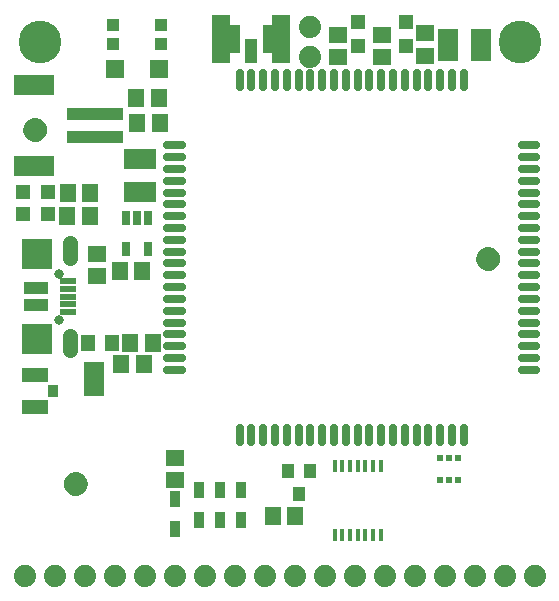
<source format=gbr>
G04 EAGLE Gerber X2 export*
%TF.Part,Single*%
%TF.FileFunction,Soldermask,Top,1*%
%TF.FilePolarity,Negative*%
%TF.GenerationSoftware,Autodesk,EAGLE,9.1.0*%
%TF.CreationDate,2018-08-13T09:50:29Z*%
G75*
%MOMM*%
%FSLAX34Y34*%
%LPD*%
%AMOC8*
5,1,8,0,0,1.08239X$1,22.5*%
G01*
%ADD10R,0.651600X1.301600*%
%ADD11R,1.301600X1.301600*%
%ADD12R,1.401600X1.601600*%
%ADD13R,4.701600X1.101600*%
%ADD14R,3.501600X1.701600*%
%ADD15R,1.601600X1.401600*%
%ADD16C,0.801600*%
%ADD17R,2.601600X2.601600*%
%ADD18C,1.309600*%
%ADD19R,2.101600X1.101600*%
%ADD20R,1.450000X0.500000*%
%ADD21R,1.001600X1.101600*%
%ADD22R,1.501600X1.501600*%
%ADD23R,2.801600X1.701600*%
%ADD24R,0.601600X0.601600*%
%ADD25R,0.501600X0.601600*%
%ADD26C,3.617600*%
%ADD27C,1.101600*%
%ADD28C,0.500000*%
%ADD29R,0.901600X1.451600*%
%ADD30R,0.450000X1.000000*%
%ADD31R,1.625600X4.165600*%
%ADD32R,1.117600X2.133600*%
%ADD33R,0.914400X2.336800*%
%ADD34R,2.301600X1.151600*%
%ADD35R,0.901600X1.101600*%
%ADD36C,0.701600*%
%ADD37R,1.701600X2.801600*%
%ADD38C,1.879600*%
%ADD39R,1.101600X1.301600*%
%ADD40R,1.301600X1.401600*%
%ADD41R,1.651000X2.921000*%


D10*
X117450Y320341D03*
X107950Y320341D03*
X98450Y320341D03*
X98450Y294339D03*
X117450Y294339D03*
D11*
X32100Y323960D03*
X11100Y323960D03*
X11150Y342440D03*
X32150Y342440D03*
D12*
X48920Y322580D03*
X67920Y322580D03*
X49080Y341630D03*
X68080Y341630D03*
D13*
X72560Y388780D03*
X72560Y408780D03*
D14*
X20560Y364780D03*
X20560Y432780D03*
D15*
X73660Y290170D03*
X73660Y271170D03*
D12*
X112370Y275590D03*
X93370Y275590D03*
D16*
X41910Y273500D03*
X41910Y234500D03*
D17*
X22910Y218000D03*
X22910Y290000D03*
D18*
X50910Y287000D02*
X50910Y299080D01*
X50910Y221000D02*
X50910Y208920D01*
D19*
X21910Y261500D03*
X21910Y246500D03*
D20*
X49660Y267000D03*
X49660Y260500D03*
X49660Y254000D03*
X49660Y247500D03*
X49660Y241000D03*
D21*
X128450Y484250D03*
X128450Y468250D03*
X87450Y468250D03*
X87450Y484250D03*
D22*
X89450Y447040D03*
X126450Y447040D03*
D12*
X107180Y421790D03*
X126180Y421790D03*
X108140Y400840D03*
X127140Y400840D03*
D23*
X110490Y370870D03*
X110490Y342870D03*
D24*
X379610Y116950D03*
D25*
X372110Y116950D03*
D24*
X364610Y116950D03*
X364610Y98950D03*
D25*
X372110Y98950D03*
D24*
X379610Y98950D03*
D15*
X351790Y457860D03*
X351790Y476860D03*
D11*
X335280Y486750D03*
X335280Y465750D03*
X294640Y486750D03*
X294640Y465750D03*
D15*
X314960Y475590D03*
X314960Y456590D03*
X278130Y475590D03*
X278130Y456590D03*
D26*
X431800Y469900D03*
X25400Y469900D03*
D27*
X405130Y285750D03*
D28*
X405130Y293250D02*
X404949Y293248D01*
X404768Y293241D01*
X404587Y293230D01*
X404406Y293215D01*
X404226Y293195D01*
X404046Y293171D01*
X403867Y293143D01*
X403689Y293110D01*
X403512Y293073D01*
X403335Y293032D01*
X403160Y292987D01*
X402985Y292937D01*
X402812Y292883D01*
X402641Y292825D01*
X402470Y292763D01*
X402302Y292696D01*
X402135Y292626D01*
X401969Y292552D01*
X401806Y292473D01*
X401645Y292391D01*
X401485Y292305D01*
X401328Y292215D01*
X401173Y292121D01*
X401020Y292024D01*
X400870Y291922D01*
X400722Y291818D01*
X400576Y291709D01*
X400434Y291598D01*
X400294Y291482D01*
X400157Y291364D01*
X400022Y291242D01*
X399891Y291117D01*
X399763Y290989D01*
X399638Y290858D01*
X399516Y290723D01*
X399398Y290586D01*
X399282Y290446D01*
X399171Y290304D01*
X399062Y290158D01*
X398958Y290010D01*
X398856Y289860D01*
X398759Y289707D01*
X398665Y289552D01*
X398575Y289395D01*
X398489Y289235D01*
X398407Y289074D01*
X398328Y288911D01*
X398254Y288745D01*
X398184Y288578D01*
X398117Y288410D01*
X398055Y288239D01*
X397997Y288068D01*
X397943Y287895D01*
X397893Y287720D01*
X397848Y287545D01*
X397807Y287368D01*
X397770Y287191D01*
X397737Y287013D01*
X397709Y286834D01*
X397685Y286654D01*
X397665Y286474D01*
X397650Y286293D01*
X397639Y286112D01*
X397632Y285931D01*
X397630Y285750D01*
X405130Y293250D02*
X405311Y293248D01*
X405492Y293241D01*
X405673Y293230D01*
X405854Y293215D01*
X406034Y293195D01*
X406214Y293171D01*
X406393Y293143D01*
X406571Y293110D01*
X406748Y293073D01*
X406925Y293032D01*
X407100Y292987D01*
X407275Y292937D01*
X407448Y292883D01*
X407619Y292825D01*
X407790Y292763D01*
X407958Y292696D01*
X408125Y292626D01*
X408291Y292552D01*
X408454Y292473D01*
X408615Y292391D01*
X408775Y292305D01*
X408932Y292215D01*
X409087Y292121D01*
X409240Y292024D01*
X409390Y291922D01*
X409538Y291818D01*
X409684Y291709D01*
X409826Y291598D01*
X409966Y291482D01*
X410103Y291364D01*
X410238Y291242D01*
X410369Y291117D01*
X410497Y290989D01*
X410622Y290858D01*
X410744Y290723D01*
X410862Y290586D01*
X410978Y290446D01*
X411089Y290304D01*
X411198Y290158D01*
X411302Y290010D01*
X411404Y289860D01*
X411501Y289707D01*
X411595Y289552D01*
X411685Y289395D01*
X411771Y289235D01*
X411853Y289074D01*
X411932Y288911D01*
X412006Y288745D01*
X412076Y288578D01*
X412143Y288410D01*
X412205Y288239D01*
X412263Y288068D01*
X412317Y287895D01*
X412367Y287720D01*
X412412Y287545D01*
X412453Y287368D01*
X412490Y287191D01*
X412523Y287013D01*
X412551Y286834D01*
X412575Y286654D01*
X412595Y286474D01*
X412610Y286293D01*
X412621Y286112D01*
X412628Y285931D01*
X412630Y285750D01*
X412628Y285569D01*
X412621Y285388D01*
X412610Y285207D01*
X412595Y285026D01*
X412575Y284846D01*
X412551Y284666D01*
X412523Y284487D01*
X412490Y284309D01*
X412453Y284132D01*
X412412Y283955D01*
X412367Y283780D01*
X412317Y283605D01*
X412263Y283432D01*
X412205Y283261D01*
X412143Y283090D01*
X412076Y282922D01*
X412006Y282755D01*
X411932Y282589D01*
X411853Y282426D01*
X411771Y282265D01*
X411685Y282105D01*
X411595Y281948D01*
X411501Y281793D01*
X411404Y281640D01*
X411302Y281490D01*
X411198Y281342D01*
X411089Y281196D01*
X410978Y281054D01*
X410862Y280914D01*
X410744Y280777D01*
X410622Y280642D01*
X410497Y280511D01*
X410369Y280383D01*
X410238Y280258D01*
X410103Y280136D01*
X409966Y280018D01*
X409826Y279902D01*
X409684Y279791D01*
X409538Y279682D01*
X409390Y279578D01*
X409240Y279476D01*
X409087Y279379D01*
X408932Y279285D01*
X408775Y279195D01*
X408615Y279109D01*
X408454Y279027D01*
X408291Y278948D01*
X408125Y278874D01*
X407958Y278804D01*
X407790Y278737D01*
X407619Y278675D01*
X407448Y278617D01*
X407275Y278563D01*
X407100Y278513D01*
X406925Y278468D01*
X406748Y278427D01*
X406571Y278390D01*
X406393Y278357D01*
X406214Y278329D01*
X406034Y278305D01*
X405854Y278285D01*
X405673Y278270D01*
X405492Y278259D01*
X405311Y278252D01*
X405130Y278250D01*
X404949Y278252D01*
X404768Y278259D01*
X404587Y278270D01*
X404406Y278285D01*
X404226Y278305D01*
X404046Y278329D01*
X403867Y278357D01*
X403689Y278390D01*
X403512Y278427D01*
X403335Y278468D01*
X403160Y278513D01*
X402985Y278563D01*
X402812Y278617D01*
X402641Y278675D01*
X402470Y278737D01*
X402302Y278804D01*
X402135Y278874D01*
X401969Y278948D01*
X401806Y279027D01*
X401645Y279109D01*
X401485Y279195D01*
X401328Y279285D01*
X401173Y279379D01*
X401020Y279476D01*
X400870Y279578D01*
X400722Y279682D01*
X400576Y279791D01*
X400434Y279902D01*
X400294Y280018D01*
X400157Y280136D01*
X400022Y280258D01*
X399891Y280383D01*
X399763Y280511D01*
X399638Y280642D01*
X399516Y280777D01*
X399398Y280914D01*
X399282Y281054D01*
X399171Y281196D01*
X399062Y281342D01*
X398958Y281490D01*
X398856Y281640D01*
X398759Y281793D01*
X398665Y281948D01*
X398575Y282105D01*
X398489Y282265D01*
X398407Y282426D01*
X398328Y282589D01*
X398254Y282755D01*
X398184Y282922D01*
X398117Y283090D01*
X398055Y283261D01*
X397997Y283432D01*
X397943Y283605D01*
X397893Y283780D01*
X397848Y283955D01*
X397807Y284132D01*
X397770Y284309D01*
X397737Y284487D01*
X397709Y284666D01*
X397685Y284846D01*
X397665Y285026D01*
X397650Y285207D01*
X397639Y285388D01*
X397632Y285569D01*
X397630Y285750D01*
D27*
X21590Y394970D03*
D28*
X21590Y402470D02*
X21409Y402468D01*
X21228Y402461D01*
X21047Y402450D01*
X20866Y402435D01*
X20686Y402415D01*
X20506Y402391D01*
X20327Y402363D01*
X20149Y402330D01*
X19972Y402293D01*
X19795Y402252D01*
X19620Y402207D01*
X19445Y402157D01*
X19272Y402103D01*
X19101Y402045D01*
X18930Y401983D01*
X18762Y401916D01*
X18595Y401846D01*
X18429Y401772D01*
X18266Y401693D01*
X18105Y401611D01*
X17945Y401525D01*
X17788Y401435D01*
X17633Y401341D01*
X17480Y401244D01*
X17330Y401142D01*
X17182Y401038D01*
X17036Y400929D01*
X16894Y400818D01*
X16754Y400702D01*
X16617Y400584D01*
X16482Y400462D01*
X16351Y400337D01*
X16223Y400209D01*
X16098Y400078D01*
X15976Y399943D01*
X15858Y399806D01*
X15742Y399666D01*
X15631Y399524D01*
X15522Y399378D01*
X15418Y399230D01*
X15316Y399080D01*
X15219Y398927D01*
X15125Y398772D01*
X15035Y398615D01*
X14949Y398455D01*
X14867Y398294D01*
X14788Y398131D01*
X14714Y397965D01*
X14644Y397798D01*
X14577Y397630D01*
X14515Y397459D01*
X14457Y397288D01*
X14403Y397115D01*
X14353Y396940D01*
X14308Y396765D01*
X14267Y396588D01*
X14230Y396411D01*
X14197Y396233D01*
X14169Y396054D01*
X14145Y395874D01*
X14125Y395694D01*
X14110Y395513D01*
X14099Y395332D01*
X14092Y395151D01*
X14090Y394970D01*
X21590Y402470D02*
X21771Y402468D01*
X21952Y402461D01*
X22133Y402450D01*
X22314Y402435D01*
X22494Y402415D01*
X22674Y402391D01*
X22853Y402363D01*
X23031Y402330D01*
X23208Y402293D01*
X23385Y402252D01*
X23560Y402207D01*
X23735Y402157D01*
X23908Y402103D01*
X24079Y402045D01*
X24250Y401983D01*
X24418Y401916D01*
X24585Y401846D01*
X24751Y401772D01*
X24914Y401693D01*
X25075Y401611D01*
X25235Y401525D01*
X25392Y401435D01*
X25547Y401341D01*
X25700Y401244D01*
X25850Y401142D01*
X25998Y401038D01*
X26144Y400929D01*
X26286Y400818D01*
X26426Y400702D01*
X26563Y400584D01*
X26698Y400462D01*
X26829Y400337D01*
X26957Y400209D01*
X27082Y400078D01*
X27204Y399943D01*
X27322Y399806D01*
X27438Y399666D01*
X27549Y399524D01*
X27658Y399378D01*
X27762Y399230D01*
X27864Y399080D01*
X27961Y398927D01*
X28055Y398772D01*
X28145Y398615D01*
X28231Y398455D01*
X28313Y398294D01*
X28392Y398131D01*
X28466Y397965D01*
X28536Y397798D01*
X28603Y397630D01*
X28665Y397459D01*
X28723Y397288D01*
X28777Y397115D01*
X28827Y396940D01*
X28872Y396765D01*
X28913Y396588D01*
X28950Y396411D01*
X28983Y396233D01*
X29011Y396054D01*
X29035Y395874D01*
X29055Y395694D01*
X29070Y395513D01*
X29081Y395332D01*
X29088Y395151D01*
X29090Y394970D01*
X29088Y394789D01*
X29081Y394608D01*
X29070Y394427D01*
X29055Y394246D01*
X29035Y394066D01*
X29011Y393886D01*
X28983Y393707D01*
X28950Y393529D01*
X28913Y393352D01*
X28872Y393175D01*
X28827Y393000D01*
X28777Y392825D01*
X28723Y392652D01*
X28665Y392481D01*
X28603Y392310D01*
X28536Y392142D01*
X28466Y391975D01*
X28392Y391809D01*
X28313Y391646D01*
X28231Y391485D01*
X28145Y391325D01*
X28055Y391168D01*
X27961Y391013D01*
X27864Y390860D01*
X27762Y390710D01*
X27658Y390562D01*
X27549Y390416D01*
X27438Y390274D01*
X27322Y390134D01*
X27204Y389997D01*
X27082Y389862D01*
X26957Y389731D01*
X26829Y389603D01*
X26698Y389478D01*
X26563Y389356D01*
X26426Y389238D01*
X26286Y389122D01*
X26144Y389011D01*
X25998Y388902D01*
X25850Y388798D01*
X25700Y388696D01*
X25547Y388599D01*
X25392Y388505D01*
X25235Y388415D01*
X25075Y388329D01*
X24914Y388247D01*
X24751Y388168D01*
X24585Y388094D01*
X24418Y388024D01*
X24250Y387957D01*
X24079Y387895D01*
X23908Y387837D01*
X23735Y387783D01*
X23560Y387733D01*
X23385Y387688D01*
X23208Y387647D01*
X23031Y387610D01*
X22853Y387577D01*
X22674Y387549D01*
X22494Y387525D01*
X22314Y387505D01*
X22133Y387490D01*
X21952Y387479D01*
X21771Y387472D01*
X21590Y387470D01*
X21409Y387472D01*
X21228Y387479D01*
X21047Y387490D01*
X20866Y387505D01*
X20686Y387525D01*
X20506Y387549D01*
X20327Y387577D01*
X20149Y387610D01*
X19972Y387647D01*
X19795Y387688D01*
X19620Y387733D01*
X19445Y387783D01*
X19272Y387837D01*
X19101Y387895D01*
X18930Y387957D01*
X18762Y388024D01*
X18595Y388094D01*
X18429Y388168D01*
X18266Y388247D01*
X18105Y388329D01*
X17945Y388415D01*
X17788Y388505D01*
X17633Y388599D01*
X17480Y388696D01*
X17330Y388798D01*
X17182Y388902D01*
X17036Y389011D01*
X16894Y389122D01*
X16754Y389238D01*
X16617Y389356D01*
X16482Y389478D01*
X16351Y389603D01*
X16223Y389731D01*
X16098Y389862D01*
X15976Y389997D01*
X15858Y390134D01*
X15742Y390274D01*
X15631Y390416D01*
X15522Y390562D01*
X15418Y390710D01*
X15316Y390860D01*
X15219Y391013D01*
X15125Y391168D01*
X15035Y391325D01*
X14949Y391485D01*
X14867Y391646D01*
X14788Y391809D01*
X14714Y391975D01*
X14644Y392142D01*
X14577Y392310D01*
X14515Y392481D01*
X14457Y392652D01*
X14403Y392825D01*
X14353Y393000D01*
X14308Y393175D01*
X14267Y393352D01*
X14230Y393529D01*
X14197Y393707D01*
X14169Y393886D01*
X14145Y394066D01*
X14125Y394246D01*
X14110Y394427D01*
X14099Y394608D01*
X14092Y394789D01*
X14090Y394970D01*
D27*
X55880Y95250D03*
D28*
X55880Y102750D02*
X55699Y102748D01*
X55518Y102741D01*
X55337Y102730D01*
X55156Y102715D01*
X54976Y102695D01*
X54796Y102671D01*
X54617Y102643D01*
X54439Y102610D01*
X54262Y102573D01*
X54085Y102532D01*
X53910Y102487D01*
X53735Y102437D01*
X53562Y102383D01*
X53391Y102325D01*
X53220Y102263D01*
X53052Y102196D01*
X52885Y102126D01*
X52719Y102052D01*
X52556Y101973D01*
X52395Y101891D01*
X52235Y101805D01*
X52078Y101715D01*
X51923Y101621D01*
X51770Y101524D01*
X51620Y101422D01*
X51472Y101318D01*
X51326Y101209D01*
X51184Y101098D01*
X51044Y100982D01*
X50907Y100864D01*
X50772Y100742D01*
X50641Y100617D01*
X50513Y100489D01*
X50388Y100358D01*
X50266Y100223D01*
X50148Y100086D01*
X50032Y99946D01*
X49921Y99804D01*
X49812Y99658D01*
X49708Y99510D01*
X49606Y99360D01*
X49509Y99207D01*
X49415Y99052D01*
X49325Y98895D01*
X49239Y98735D01*
X49157Y98574D01*
X49078Y98411D01*
X49004Y98245D01*
X48934Y98078D01*
X48867Y97910D01*
X48805Y97739D01*
X48747Y97568D01*
X48693Y97395D01*
X48643Y97220D01*
X48598Y97045D01*
X48557Y96868D01*
X48520Y96691D01*
X48487Y96513D01*
X48459Y96334D01*
X48435Y96154D01*
X48415Y95974D01*
X48400Y95793D01*
X48389Y95612D01*
X48382Y95431D01*
X48380Y95250D01*
X55880Y102750D02*
X56061Y102748D01*
X56242Y102741D01*
X56423Y102730D01*
X56604Y102715D01*
X56784Y102695D01*
X56964Y102671D01*
X57143Y102643D01*
X57321Y102610D01*
X57498Y102573D01*
X57675Y102532D01*
X57850Y102487D01*
X58025Y102437D01*
X58198Y102383D01*
X58369Y102325D01*
X58540Y102263D01*
X58708Y102196D01*
X58875Y102126D01*
X59041Y102052D01*
X59204Y101973D01*
X59365Y101891D01*
X59525Y101805D01*
X59682Y101715D01*
X59837Y101621D01*
X59990Y101524D01*
X60140Y101422D01*
X60288Y101318D01*
X60434Y101209D01*
X60576Y101098D01*
X60716Y100982D01*
X60853Y100864D01*
X60988Y100742D01*
X61119Y100617D01*
X61247Y100489D01*
X61372Y100358D01*
X61494Y100223D01*
X61612Y100086D01*
X61728Y99946D01*
X61839Y99804D01*
X61948Y99658D01*
X62052Y99510D01*
X62154Y99360D01*
X62251Y99207D01*
X62345Y99052D01*
X62435Y98895D01*
X62521Y98735D01*
X62603Y98574D01*
X62682Y98411D01*
X62756Y98245D01*
X62826Y98078D01*
X62893Y97910D01*
X62955Y97739D01*
X63013Y97568D01*
X63067Y97395D01*
X63117Y97220D01*
X63162Y97045D01*
X63203Y96868D01*
X63240Y96691D01*
X63273Y96513D01*
X63301Y96334D01*
X63325Y96154D01*
X63345Y95974D01*
X63360Y95793D01*
X63371Y95612D01*
X63378Y95431D01*
X63380Y95250D01*
X63378Y95069D01*
X63371Y94888D01*
X63360Y94707D01*
X63345Y94526D01*
X63325Y94346D01*
X63301Y94166D01*
X63273Y93987D01*
X63240Y93809D01*
X63203Y93632D01*
X63162Y93455D01*
X63117Y93280D01*
X63067Y93105D01*
X63013Y92932D01*
X62955Y92761D01*
X62893Y92590D01*
X62826Y92422D01*
X62756Y92255D01*
X62682Y92089D01*
X62603Y91926D01*
X62521Y91765D01*
X62435Y91605D01*
X62345Y91448D01*
X62251Y91293D01*
X62154Y91140D01*
X62052Y90990D01*
X61948Y90842D01*
X61839Y90696D01*
X61728Y90554D01*
X61612Y90414D01*
X61494Y90277D01*
X61372Y90142D01*
X61247Y90011D01*
X61119Y89883D01*
X60988Y89758D01*
X60853Y89636D01*
X60716Y89518D01*
X60576Y89402D01*
X60434Y89291D01*
X60288Y89182D01*
X60140Y89078D01*
X59990Y88976D01*
X59837Y88879D01*
X59682Y88785D01*
X59525Y88695D01*
X59365Y88609D01*
X59204Y88527D01*
X59041Y88448D01*
X58875Y88374D01*
X58708Y88304D01*
X58540Y88237D01*
X58369Y88175D01*
X58198Y88117D01*
X58025Y88063D01*
X57850Y88013D01*
X57675Y87968D01*
X57498Y87927D01*
X57321Y87890D01*
X57143Y87857D01*
X56964Y87829D01*
X56784Y87805D01*
X56604Y87785D01*
X56423Y87770D01*
X56242Y87759D01*
X56061Y87752D01*
X55880Y87750D01*
X55699Y87752D01*
X55518Y87759D01*
X55337Y87770D01*
X55156Y87785D01*
X54976Y87805D01*
X54796Y87829D01*
X54617Y87857D01*
X54439Y87890D01*
X54262Y87927D01*
X54085Y87968D01*
X53910Y88013D01*
X53735Y88063D01*
X53562Y88117D01*
X53391Y88175D01*
X53220Y88237D01*
X53052Y88304D01*
X52885Y88374D01*
X52719Y88448D01*
X52556Y88527D01*
X52395Y88609D01*
X52235Y88695D01*
X52078Y88785D01*
X51923Y88879D01*
X51770Y88976D01*
X51620Y89078D01*
X51472Y89182D01*
X51326Y89291D01*
X51184Y89402D01*
X51044Y89518D01*
X50907Y89636D01*
X50772Y89758D01*
X50641Y89883D01*
X50513Y90011D01*
X50388Y90142D01*
X50266Y90277D01*
X50148Y90414D01*
X50032Y90554D01*
X49921Y90696D01*
X49812Y90842D01*
X49708Y90990D01*
X49606Y91140D01*
X49509Y91293D01*
X49415Y91448D01*
X49325Y91605D01*
X49239Y91765D01*
X49157Y91926D01*
X49078Y92089D01*
X49004Y92255D01*
X48934Y92422D01*
X48867Y92590D01*
X48805Y92761D01*
X48747Y92932D01*
X48693Y93105D01*
X48643Y93280D01*
X48598Y93455D01*
X48557Y93632D01*
X48520Y93809D01*
X48487Y93987D01*
X48459Y94166D01*
X48435Y94346D01*
X48415Y94526D01*
X48400Y94707D01*
X48389Y94888D01*
X48382Y95069D01*
X48380Y95250D01*
D29*
X139700Y57150D03*
X139700Y82550D03*
X160020Y64770D03*
X160020Y90170D03*
D30*
X314140Y110530D03*
X307640Y110530D03*
X301140Y110530D03*
X294640Y110530D03*
X288140Y110530D03*
X281640Y110530D03*
X275140Y110530D03*
X275140Y52030D03*
X281640Y52030D03*
X288140Y52030D03*
X294640Y52030D03*
X301140Y52030D03*
X307640Y52030D03*
X314140Y52030D03*
D31*
X229870Y472440D03*
X179070Y472440D03*
D32*
X204470Y462280D03*
D33*
X218424Y472186D03*
X190516Y472186D03*
D34*
X21590Y187740D03*
X21590Y160240D03*
D35*
X36840Y173990D03*
D36*
X194560Y143020D02*
X194560Y131020D01*
X204560Y131020D02*
X204560Y143020D01*
X214560Y143020D02*
X214560Y131020D01*
X224560Y131020D02*
X224560Y143020D01*
X234560Y143020D02*
X234560Y131020D01*
X244560Y131020D02*
X244560Y143020D01*
X254560Y143020D02*
X254560Y131020D01*
X264560Y131020D02*
X264560Y143020D01*
X274560Y143020D02*
X274560Y131020D01*
X284560Y131020D02*
X284560Y143020D01*
X294560Y143020D02*
X294560Y131020D01*
X304560Y131020D02*
X304560Y143020D01*
X314560Y143020D02*
X314560Y131020D01*
X324560Y131020D02*
X324560Y143020D01*
X334560Y143020D02*
X334560Y131020D01*
X344560Y131020D02*
X344560Y143020D01*
X354560Y143020D02*
X354560Y131020D01*
X364560Y131020D02*
X364560Y143020D01*
X374560Y143020D02*
X374560Y131020D01*
X384560Y131020D02*
X384560Y143020D01*
X433560Y192020D02*
X445560Y192020D01*
X445560Y202020D02*
X433560Y202020D01*
X433560Y212020D02*
X445560Y212020D01*
X445560Y222020D02*
X433560Y222020D01*
X433560Y232020D02*
X445560Y232020D01*
X445560Y242020D02*
X433560Y242020D01*
X433560Y252020D02*
X445560Y252020D01*
X445560Y262020D02*
X433560Y262020D01*
X433560Y272020D02*
X445560Y272020D01*
X445560Y282020D02*
X433560Y282020D01*
X433560Y292020D02*
X445560Y292020D01*
X445560Y302020D02*
X433560Y302020D01*
X433560Y312020D02*
X445560Y312020D01*
X445560Y322020D02*
X433560Y322020D01*
X433560Y332020D02*
X445560Y332020D01*
X445560Y342020D02*
X433560Y342020D01*
X433560Y352020D02*
X445560Y352020D01*
X445560Y362020D02*
X433560Y362020D01*
X433560Y372020D02*
X445560Y372020D01*
X445560Y382020D02*
X433560Y382020D01*
X384560Y431020D02*
X384560Y443020D01*
X374560Y443020D02*
X374560Y431020D01*
X364560Y431020D02*
X364560Y443020D01*
X354560Y443020D02*
X354560Y431020D01*
X344560Y431020D02*
X344560Y443020D01*
X334560Y443020D02*
X334560Y431020D01*
X324560Y431020D02*
X324560Y443020D01*
X314560Y443020D02*
X314560Y431020D01*
X304560Y431020D02*
X304560Y443020D01*
X294560Y443020D02*
X294560Y431020D01*
X284560Y431020D02*
X284560Y443020D01*
X274560Y443020D02*
X274560Y431020D01*
X264560Y431020D02*
X264560Y443020D01*
X254560Y443020D02*
X254560Y431020D01*
X244560Y431020D02*
X244560Y443020D01*
X234560Y443020D02*
X234560Y431020D01*
X224560Y431020D02*
X224560Y443020D01*
X214560Y443020D02*
X214560Y431020D01*
X204560Y431020D02*
X204560Y443020D01*
X194560Y443020D02*
X194560Y431020D01*
X145560Y382020D02*
X133560Y382020D01*
X133560Y372020D02*
X145560Y372020D01*
X145560Y362020D02*
X133560Y362020D01*
X133560Y352020D02*
X145560Y352020D01*
X145560Y342020D02*
X133560Y342020D01*
X133560Y332020D02*
X145560Y332020D01*
X145560Y322020D02*
X133560Y322020D01*
X133560Y312020D02*
X145560Y312020D01*
X145560Y302020D02*
X133560Y302020D01*
X133560Y292020D02*
X145560Y292020D01*
X145560Y282020D02*
X133560Y282020D01*
X133560Y272020D02*
X145560Y272020D01*
X145560Y262020D02*
X133560Y262020D01*
X133560Y252020D02*
X145560Y252020D01*
X145560Y242020D02*
X133560Y242020D01*
X133560Y232020D02*
X145560Y232020D01*
X145560Y222020D02*
X133560Y222020D01*
X133560Y212020D02*
X145560Y212020D01*
X145560Y202020D02*
X133560Y202020D01*
X133560Y192020D02*
X145560Y192020D01*
D37*
X398810Y467360D03*
X370810Y467360D03*
D38*
X12700Y17780D03*
X38100Y17780D03*
X63500Y17780D03*
X88900Y17780D03*
X114300Y17780D03*
X139700Y17780D03*
X165100Y17780D03*
X190500Y17780D03*
X215900Y17780D03*
X241300Y17780D03*
X266700Y17780D03*
X292100Y17780D03*
X317500Y17780D03*
X342900Y17780D03*
X368300Y17780D03*
X393700Y17780D03*
X419100Y17780D03*
X444500Y17780D03*
D29*
X177800Y64770D03*
X177800Y90170D03*
D12*
X241910Y68580D03*
X222910Y68580D03*
D39*
X245110Y86520D03*
X235610Y106520D03*
X254610Y106520D03*
D12*
X102260Y214630D03*
X121260Y214630D03*
D40*
X66040Y214630D03*
X86360Y214630D03*
D41*
X71120Y184150D03*
D12*
X113640Y196850D03*
X94640Y196850D03*
D15*
X139700Y98450D03*
X139700Y117450D03*
D29*
X195580Y64770D03*
X195580Y90170D03*
D38*
X254000Y482600D03*
X254000Y457200D03*
M02*

</source>
